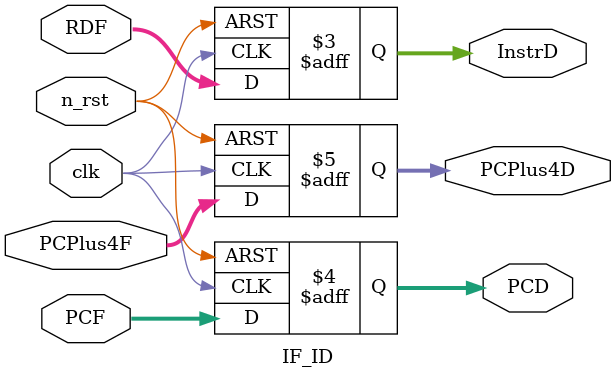
<source format=sv>
/*module IF_ID(
    input clk,
    input n_rst,            // Active low reset
    input [31:0] PCF,       // PC value from IF stage
    input [31:0] RDF,       // Fetched instruction
    input [31:0] PCPlus4F,  // PC+4 value from IF stage
    //input StallD,          // Stall signal for ID stage
    //input FlushD,          // Flush signal for branch misprediction
    output reg [31:0] InstrD,   // Instruction to ID stage
    output reg [31:0] PCD,      // PC to ID stage
    output reg [31:0] PCPlus4D  // PC+4 to ID stage
);

    always @(posedge clk or negedge n_rst) begin
        if (!n_rst) begin
            InstrD <= 0;
            PCD <= 0;
            PCPlus4D <= 0;
        end else if (FlushD) begin
            InstrD <= 0; // Flush the instruction
            PCD <= 0;
            PCPlus4D <= 0;
        end else if (!StallD) begin
            InstrD <= RDF;
            PCD <= PCF;
            PCPlus4D <= PCPlus4F;
        end
    end
endmodule
*/
module IF_ID(
    input clk,
    input n_rst,            // Active low reset
    input [31:0] PCF,       // PC value from IF stage
    input [31:0] RDF,       // Fetched instruction
    input [31:0] PCPlus4F,  // PC+4 value from IF stage
    output reg [31:0] InstrD,   // Instruction to ID stage
    output reg [31:0] PCD,      // PC to ID stage
    output reg [31:0] PCPlus4D  // PC+4 to ID stage
);

    always @(posedge clk or negedge n_rst) begin//posedge clk or
        if (!n_rst) begin
            InstrD <= 0;
            PCD <= 0;
            PCPlus4D <= 0;
        end else begin
            InstrD <= RDF;
            PCD <= PCF;
            PCPlus4D <= PCPlus4F;
        end
    end
endmodule

</source>
